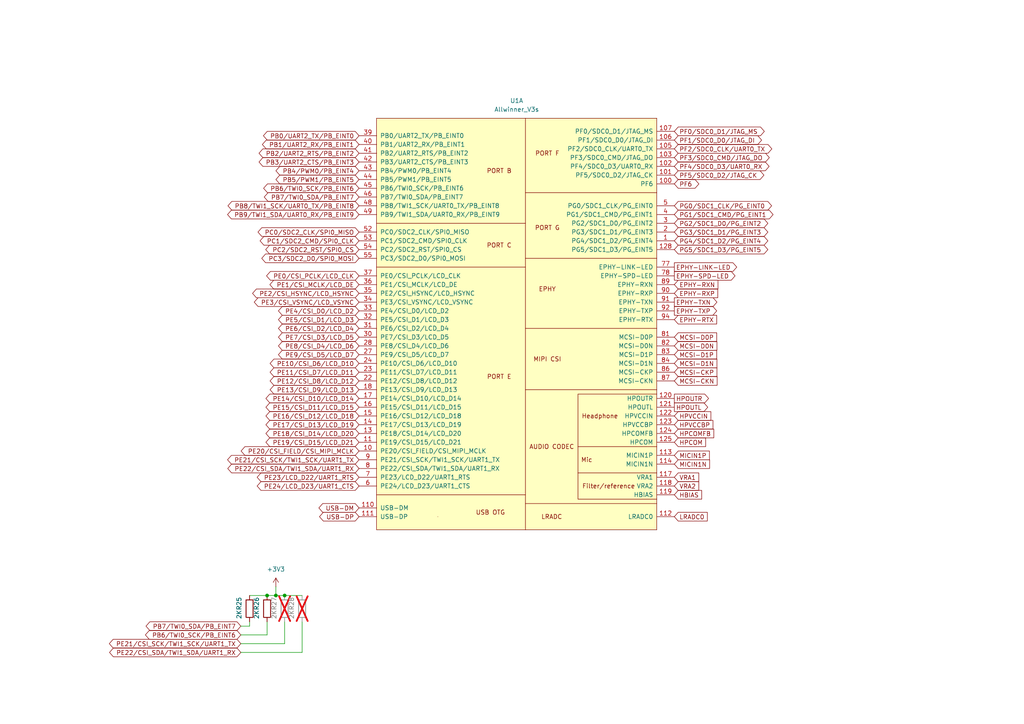
<source format=kicad_sch>
(kicad_sch (version 20250114) (generator "eeschema") (generator_version "9.0")
  (paper "A4")
  (lib_symbols
    (symbol "Allwinner_SiPs:Allwinner_V3s" (pin_names (offset 1.016))
      (property "Reference" "U" (at 0 69.85 0))
      (property "Value" "Allwinner_V3s" (at 0 67.31 0))
      (symbol "Allwinner_V3s_1_0"
        (polyline (pts (xy 38.1 -19.05) (xy 15.24 -19.05) (xy 15.24 -49.53) (xy 38.1 -49.53)))
        (polyline (pts (xy 38.1 -34.29) (xy 15.24 -34.29)))
        (polyline (pts (xy 38.1 -41.91) (xy 15.24 -41.91)))
      )
      (symbol "Allwinner_V3s_1_1"
        (rectangle (start -43.18 60.96) (end 38.1 -58.42) (fill (type background)))
        (polyline (pts (xy -43.18 30.48) (xy 0 30.48)))
        (polyline (pts (xy -43.18 17.78) (xy 0 17.78)))
        (polyline (pts (xy -43.18 -48.26) (xy 0 -48.26)))
        (rectangle (start -25.4 -54.61) (end -25.4 -54.61))
        (rectangle (start -19.05 -39.37) (end -19.05 -39.37))
        (polyline (pts (xy 0 -50.8) (xy 38.1 -50.8)))
        (polyline (pts (xy 0 -58.42) (xy 0 60.96)))
        (polyline (pts (xy 38.1 39.37) (xy 0 39.37)))
        (polyline (pts (xy 38.1 20.32) (xy 0 20.32)))
        (polyline (pts (xy 38.1 0) (xy 0 0)))
        (polyline (pts (xy 38.1 -17.78) (xy 0 -17.78)))
        (text "USB OTG" (at -10.16 -53.34 0) (effects (font (size 1.27 1.27))))
        (text "PORT B" (at -7.62 45.72 0) (effects (font (size 1.27 1.27))))
        (text "PORT C" (at -7.62 24.13 0) (effects (font (size 1.27 1.27))))
        (text "PORT E" (at -7.62 -13.97 0) (effects (font (size 1.27 1.27))))
        (text "PORT F" (at 6.35 50.8 0) (effects (font (size 1.27 1.27))))
        (text "PORT G" (at 6.35 29.21 0) (effects (font (size 1.27 1.27))))
        (text "EPHY" (at 6.35 11.43 0) (effects (font (size 1.27 1.27))))
        (text "MIPI CSI" (at 6.35 -8.89 0) (effects (font (size 1.27 1.27))))
        (text "AUDIO CODEC" (at 7.62 -34.29 0) (effects (font (size 1.27 1.27))))
        (text "LRADC" (at 7.62 -54.61 0) (effects (font (size 1.27 1.27))))
        (text "Mic" (at 17.78 -38.1 0) (effects (font (size 1.27 1.27))))
        (text "Headphone" (at 21.59 -25.4 0) (effects (font (size 1.27 1.27))))
        (text "Filter/reference" (at 24.13 -45.72 0) (effects (font (size 1.27 1.27))))
        (pin bidirectional line (at -48.26 55.88 0) (length 5.08) (name "PB0/UART2_TX/PB_EINT0") (number "39"))
        (pin bidirectional line (at -48.26 53.34 0) (length 5.08) (name "PB1/UART2_RX/PB_EINT1") (number "40"))
        (pin bidirectional line (at -48.26 50.8 0) (length 5.08) (name "PB2/UART2_RTS/PB_EINT2") (number "41"))
        (pin bidirectional line (at -48.26 48.26 0) (length 5.08) (name "PB3/UART2_CTS/PB_EINT3") (number "42"))
        (pin bidirectional line (at -48.26 45.72 0) (length 5.08) (name "PB4/PWM0/PB_EINT4") (number "43"))
        (pin bidirectional line (at -48.26 43.18 0) (length 5.08) (name "PB5/PWM1/PB_EINT5") (number "44"))
        (pin bidirectional line (at -48.26 40.64 0) (length 5.08) (name "PB6/TWI0_SCK/PB_EINT6") (number "45"))
        (pin bidirectional line (at -48.26 38.1 0) (length 5.08) (name "PB7/TWI0_SDA/PB_EINT7") (number "46"))
        (pin bidirectional line (at -48.26 35.56 0) (length 5.08) (name "PB8/TWI1_SCK/UART0_TX/PB_EINT8") (number "48"))
        (pin bidirectional line (at -48.26 33.02 0) (length 5.08) (name "PB9/TWI1_SDA/UART0_RX/PB_EINT9") (number "49"))
        (pin bidirectional line (at -48.26 27.94 0) (length 5.08) (name "PC0/SDC2_CLK/SPI0_MISO") (number "52"))
        (pin bidirectional line (at -48.26 25.4 0) (length 5.08) (name "PC1/SDC2_CMD/SPI0_CLK") (number "53"))
        (pin bidirectional line (at -48.26 22.86 0) (length 5.08) (name "PC2/SDC2_RST/SPI0_CS") (number "54"))
        (pin bidirectional line (at -48.26 20.32 0) (length 5.08) (name "PC3/SDC2_D0/SPI0_MOSI") (number "55"))
        (pin bidirectional line (at -48.26 15.24 0) (length 5.08) (name "PE0/CSI_PCLK/LCD_CLK") (number "37"))
        (pin bidirectional line (at -48.26 12.7 0) (length 5.08) (name "PE1/CSI_MCLK/LCD_DE") (number "36"))
        (pin bidirectional line (at -48.26 10.16 0) (length 5.08) (name "PE2/CSI_HSYNC/LCD_HSYNC") (number "35"))
        (pin bidirectional line (at -48.26 7.62 0) (length 5.08) (name "PE3/CSI_VSYNC/LCD_VSYNC") (number "34"))
        (pin bidirectional line (at -48.26 5.08 0) (length 5.08) (name "PE4/CSI_D0/LCD_D2") (number "33"))
        (pin bidirectional line (at -48.26 2.54 0) (length 5.08) (name "PE5/CSI_D1/LCD_D3") (number "32"))
        (pin bidirectional line (at -48.26 0 0) (length 5.08) (name "PE6/CSI_D2/LCD_D4") (number "31"))
        (pin bidirectional line (at -48.26 -2.54 0) (length 5.08) (name "PE7/CSI_D3/LCD_D5") (number "30"))
        (pin bidirectional line (at -48.26 -5.08 0) (length 5.08) (name "PE8/CSI_D4/LCD_D6") (number "28"))
        (pin bidirectional line (at -48.26 -7.62 0) (length 5.08) (name "PE9/CSI_D5/LCD_D7") (number "27"))
        (pin bidirectional line (at -48.26 -10.16 0) (length 5.08) (name "PE10/CSI_D6/LCD_D10") (number "24"))
        (pin bidirectional line (at -48.26 -12.7 0) (length 5.08) (name "PE11/CSI_D7/LCD_D11") (number "23"))
        (pin bidirectional line (at -48.26 -15.24 0) (length 5.08) (name "PE12/CSI_D8/LCD_D12") (number "22"))
        (pin bidirectional line (at -48.26 -17.78 0) (length 5.08) (name "PE13/CSI_D9/LCD_D13") (number "18"))
        (pin bidirectional line (at -48.26 -20.32 0) (length 5.08) (name "PE14/CSI_D10/LCD_D14") (number "17"))
        (pin bidirectional line (at -48.26 -22.86 0) (length 5.08) (name "PE15/CSI_D11/LCD_D15") (number "16"))
        (pin bidirectional line (at -48.26 -25.4 0) (length 5.08) (name "PE16/CSI_D12/LCD_D18") (number "15"))
        (pin bidirectional line (at -48.26 -27.94 0) (length 5.08) (name "PE17/CSI_D13/LCD_D19") (number "14"))
        (pin bidirectional line (at -48.26 -30.48 0) (length 5.08) (name "PE18/CSI_D14/LCD_D20") (number "13"))
        (pin bidirectional line (at -48.26 -33.02 0) (length 5.08) (name "PE19/CSI_D15/LCD_D21") (number "11"))
        (pin bidirectional line (at -48.26 -35.56 0) (length 5.08) (name "PE20/CSI_FIELD/CSI_MIPI_MCLK") (number "10"))
        (pin bidirectional line (at -48.26 -38.1 0) (length 5.08) (name "PE21/CSI_SCK/TWI1_SCK/UART1_TX") (number "9"))
        (pin bidirectional line (at -48.26 -40.64 0) (length 5.08) (name "PE22/CSI_SDA/TWI1_SDA/UART1_RX") (number "8"))
        (pin bidirectional line (at -48.26 -43.18 0) (length 5.08) (name "PE23/LCD_D22/UART1_RTS") (number "7"))
        (pin bidirectional line (at -48.26 -45.72 0) (length 5.08) (name "PE24/LCD_D23/UART1_CTS") (number "6"))
        (pin bidirectional line (at -48.26 -52.07 0) (length 5.08) (name "USB-DM") (number "110"))
        (pin bidirectional line (at -48.26 -54.61 0) (length 5.08) (name "USB-DP") (number "111"))
        (pin bidirectional line (at 43.18 57.15 180) (length 5.08) (name "PF0/SDC0_D1/JTAG_MS") (number "107"))
        (pin bidirectional line (at 43.18 54.61 180) (length 5.08) (name "PF1/SDC0_D0/JTAG_DI") (number "106"))
        (pin bidirectional line (at 43.18 52.07 180) (length 5.08) (name "PF2/SDC0_CLK/UART0_TX") (number "105"))
        (pin bidirectional line (at 43.18 49.53 180) (length 5.08) (name "PF3/SDC0_CMD/JTAG_DO") (number "103"))
        (pin bidirectional line (at 43.18 46.99 180) (length 5.08) (name "PF4/SDC0_D3/UART0_RX") (number "102"))
        (pin bidirectional line (at 43.18 44.45 180) (length 5.08) (name "PF5/SDC0_D2/JTAG_CK") (number "101"))
        (pin bidirectional line (at 43.18 41.91 180) (length 5.08) (name "PF6") (number "100"))
        (pin bidirectional line (at 43.18 35.56 180) (length 5.08) (name "PG0/SDC1_CLK/PG_EINT0") (number "5"))
        (pin bidirectional line (at 43.18 33.02 180) (length 5.08) (name "PG1/SDC1_CMD/PG_EINT1") (number "4"))
        (pin bidirectional line (at 43.18 30.48 180) (length 5.08) (name "PG2/SDC1_D0/PG_EINT2") (number "3"))
        (pin bidirectional line (at 43.18 27.94 180) (length 5.08) (name "PG3/SDC1_D1/PG_EINT3") (number "2"))
        (pin bidirectional line (at 43.18 25.4 180) (length 5.08) (name "PG4/SDC1_D2/PG_EINT4") (number "1"))
        (pin bidirectional line (at 43.18 22.86 180) (length 5.08) (name "PG5/SDC1_D3/PG_EINT5") (number "128"))
        (pin output line (at 43.18 17.78 180) (length 5.08) (name "EPHY-LINK-LED") (number "77"))
        (pin output line (at 43.18 15.24 180) (length 5.08) (name "EPHY-SPD-LED") (number "78"))
        (pin input line (at 43.18 12.7 180) (length 5.08) (name "EPHY-RXN") (number "89"))
        (pin input line (at 43.18 10.16 180) (length 5.08) (name "EPHY-RXP") (number "90"))
        (pin output line (at 43.18 7.62 180) (length 5.08) (name "EPHY-TXN") (number "91"))
        (pin output line (at 43.18 5.08 180) (length 5.08) (name "EPHY-TXP") (number "92"))
        (pin input line (at 43.18 2.54 180) (length 5.08) (name "EPHY-RTX") (number "94"))
        (pin input line (at 43.18 -2.54 180) (length 5.08) (name "MCSI-D0P") (number "81"))
        (pin input line (at 43.18 -5.08 180) (length 5.08) (name "MCSI-D0N") (number "82"))
        (pin input line (at 43.18 -7.62 180) (length 5.08) (name "MCSI-D1P") (number "83"))
        (pin input line (at 43.18 -10.16 180) (length 5.08) (name "MCSI-D1N") (number "84"))
        (pin input line (at 43.18 -12.7 180) (length 5.08) (name "MCSI-CKP") (number "86"))
        (pin input line (at 43.18 -15.24 180) (length 5.08) (name "MCSI-CKN") (number "87"))
        (pin output line (at 43.18 -20.32 180) (length 5.08) (name "HPOUTR") (number "120"))
        (pin output line (at 43.18 -22.86 180) (length 5.08) (name "HPOUTL") (number "121"))
        (pin power_in line (at 43.18 -25.4 180) (length 5.08) (name "HPVCCIN") (number "122"))
        (pin input line (at 43.18 -27.94 180) (length 5.08) (name "HPVCCBP") (number "123"))
        (pin input line (at 43.18 -30.48 180) (length 5.08) (name "HPCOMFB") (number "124"))
        (pin input line (at 43.18 -33.02 180) (length 5.08) (name "HPCOM") (number "125"))
        (pin input line (at 43.18 -36.83 180) (length 5.08) (name "MICIN1P") (number "113"))
        (pin input line (at 43.18 -39.37 180) (length 5.08) (name "MICIN1N") (number "114"))
        (pin input line (at 43.18 -43.18 180) (length 5.08) (name "VRA1") (number "117"))
        (pin input line (at 43.18 -45.72 180) (length 5.08) (name "VRA2") (number "118"))
        (pin input line (at 43.18 -48.26 180) (length 5.08) (name "HBIAS") (number "119"))
        (pin input line (at 43.18 -54.61 180) (length 5.08) (name "LRADC0") (number "112"))
      )
      (symbol "Allwinner_V3s_2_0"
        (polyline (pts (xy -22.86 21.59) (xy 0 21.59)))
        (polyline (pts (xy -22.86 16.51) (xy 0 16.51)))
        (polyline (pts (xy -22.86 11.43) (xy 0 11.43)))
        (polyline (pts (xy -22.86 6.35) (xy 0 6.35)))
        (polyline (pts (xy -22.86 1.27) (xy 0 1.27)))
        (polyline (pts (xy -22.86 -16.51) (xy 0 -16.51)))
        (polyline (pts (xy 0 -33.02) (xy 0 40.64)))
        (polyline (pts (xy 0 -33.02) (xy -3.81 -33.02) (xy -3.81 -41.91)))
        (polyline (pts (xy 5.08 -33.02) (xy 5.08 -41.91)))
        (polyline (pts (xy 22.86 5.08) (xy 0 5.08)))
        (polyline (pts (xy 22.86 -27.94) (xy 0 -27.94)))
        (polyline (pts (xy 22.86 -33.02) (xy 0 -33.02)))
      )
      (symbol "Allwinner_V3s_2_1"
        (rectangle (start -22.86 40.64) (end 22.86 -41.91) (fill (type background)))
        (polyline (pts (xy 0 29.21) (xy 22.86 29.21)))
        (polyline (pts (xy 0 15.24) (xy 22.86 15.24)))
        (text "1.7 - 3.6 V" (at -10.16 39.37 0) (effects (font (size 0.9906 0.9906))))
        (text "2.8 - 3.3 V" (at -6.35 19.05 0) (effects (font (size 0.9906 0.9906))))
        (text "3.0 - 3.6 V" (at -6.35 13.97 0) (effects (font (size 0.9906 0.9906))))
        (text "3.0 - 3.45 V" (at -6.35 8.89 0) (effects (font (size 0.9906 0.9906))))
        (text "2.7 - 3.3 V" (at -6.35 3.81 0) (effects (font (size 0.9906 0.9906))))
        (text "1.2 V" (at -6.35 -7.62 0) (effects (font (size 0.9906 0.9906))))
        (text "1.2 V" (at -6.35 -27.94 0) (effects (font (size 0.9906 0.9906))))
        (text "1.7 - 1.9 V" (at 5.08 -10.16 0) (effects (font (size 0.9906 0.9906))))
        (text "SYS" (at 6.35 34.29 0) (effects (font (size 1.27 1.27))))
        (text "3.0 - 3.6 V" (at 6.35 26.67 0) (effects (font (size 0.9906 0.9906))))
        (text "RTC" (at 6.35 21.59 0) (effects (font (size 1.27 1.27))))
        (text "DRAM" (at 6.35 10.16 0) (effects (font (size 1.27 1.27))))
        (text "1.0 - 1.2 V" (at 6.35 -30.48 0) (effects (font (size 0.9906 0.9906))))
        (text "2.8 - 3.6 V" (at 12.7 -35.56 0) (effects (font (size 0.9906 0.9906))))
        (pin power_in line (at -27.94 36.83 0) (length 5.08) (name "VCC-IO0(PB)") (number "104"))
        (pin power_in line (at -27.94 34.29 0) (length 5.08) (name "VCC-IO1(PC)") (number "127"))
        (pin power_in line (at -27.94 31.75 0) (length 5.08) (name "VCC-IO2(PF)") (number "57"))
        (pin power_in line (at -27.94 29.21 0) (length 5.08) (name "VCC-IO3(PG)") (number "50"))
        (pin power_in line (at -27.94 26.67 0) (length 5.08) (name "VCC-PE0") (number "12"))
        (pin power_in line (at -27.94 24.13 0) (length 5.08) (name "VCC-PE1") (number "29"))
        (pin power_in line (at -27.94 19.05 0) (length 5.08) (name "AVCC") (number "115"))
        (pin power_in line (at -27.94 13.97 0) (length 5.08) (name "VCC-MCSI") (number "85"))
        (pin power_in line (at -27.94 8.89 0) (length 5.08) (name "VCC-USB") (number "109"))
        (pin power_in line (at -27.94 3.81 0) (length 5.08) (name "VCC-PLL") (number "76"))
        (pin power_in line (at -27.94 -1.27 0) (length 5.08) (name "VDD-SYS0") (number "80"))
        (pin power_in line (at -27.94 -3.81 0) (length 5.08) (name "VDD-SYS1") (number "108"))
        (pin power_in line (at -27.94 -6.35 0) (length 5.08) (name "VDD-SYS2") (number "126"))
        (pin power_in line (at -27.94 -8.89 0) (length 5.08) (name "VDD-SYS3") (number "19"))
        (pin power_in line (at -27.94 -11.43 0) (length 5.08) (name "VDD-SYS4") (number "58"))
        (pin power_in line (at -27.94 -13.97 0) (length 5.08) (name "VDD-SYS5") (number "64"))
        (pin power_in line (at -27.94 -20.32 0) (length 5.08) (name "VDD-CPU0") (number "26"))
        (pin power_in line (at -27.94 -22.86 0) (length 5.08) (name "VDD-CPU1") (number "25"))
        (pin power_in line (at -27.94 -25.4 0) (length 5.08) (name "VDD-CPU2") (number "21"))
        (pin power_in line (at -27.94 -27.94 0) (length 5.08) (name "VDD-CPU3") (number "20"))
        (pin power_in line (at -27.94 -30.48 0) (length 5.08) (name "VDD-CPU4") (number "38"))
        (pin power_in line (at -27.94 -33.02 0) (length 5.08) (name "VDD-CPU5") (number "47"))
        (pin power_in line (at -27.94 -35.56 0) (length 5.08) (name "VDD-CPU6") (number "51"))
        (pin power_in line (at -27.94 -38.1 0) (length 5.08) (name "VDD-CPU7") (number "56"))
        (pin power_in line (at -1.27 -46.99 90) (length 5.08) (name "AGND") (number "116"))
        (pin power_in line (at 2.54 -46.99 90) (length 5.08) (name "EGND") (number "129"))
        (pin input line (at 27.94 38.1 180) (length 5.08) (name "~{RESET}") (number "99"))
        (pin input line (at 27.94 34.29 180) (length 5.08) (name "X24MIN") (number "75"))
        (pin output line (at 27.94 31.75 180) (length 5.08) (name "X24MOUT") (number "74"))
        (pin power_in line (at 27.94 26.67 180) (length 5.08) (name "VCC-RTC") (number "98"))
        (pin power_out line (at 27.94 24.13 180) (length 5.08) (name "RTC-VIO") (number "97"))
        (pin input line (at 27.94 20.32 180) (length 5.08) (name "X32KIN") (number "96"))
        (pin output line (at 27.94 17.78 180) (length 5.08) (name "X32KOUT") (number "95"))
        (pin input line (at 27.94 12.7 180) (length 5.08) (name "SZQ") (number "73"))
        (pin input line (at 27.94 10.16 180) (length 5.08) (name "SVREF0") (number "71"))
        (pin input line (at 27.94 7.62 180) (length 5.08) (name "SVREF1") (number "63"))
        (pin power_in line (at 27.94 2.54 180) (length 5.08) (name "VCC-DRAM0") (number "65"))
        (pin power_in line (at 27.94 0 180) (length 5.08) (name "VCC-DRAM1") (number "66"))
        (pin power_in line (at 27.94 -2.54 180) (length 5.08) (name "VCC-DRAM2") (number "67"))
        (pin power_in line (at 27.94 -5.08 180) (length 5.08) (name "VCC-DRAM3") (number "68"))
        (pin power_in line (at 27.94 -7.62 180) (length 5.08) (name "VCC-DRAM4") (number "69"))
        (pin power_in line (at 27.94 -10.16 180) (length 5.08) (name "VCC-DRAM5") (number "70"))
        (pin power_in line (at 27.94 -12.7 180) (length 5.08) (name "VCC-DRAM6") (number "72"))
        (pin power_in line (at 27.94 -15.24 180) (length 5.08) (name "VCC-DRAM7") (number "79"))
        (pin power_in line (at 27.94 -17.78 180) (length 5.08) (name "VCC-DRAM8") (number "59"))
        (pin power_in line (at 27.94 -20.32 180) (length 5.08) (name "VCC-DRAM9") (number "60"))
        (pin power_in line (at 27.94 -22.86 180) (length 5.08) (name "VCC-DRAM10") (number "61"))
        (pin power_in line (at 27.94 -25.4 180) (length 5.08) (name "VCC-DRAM11") (number "62"))
        (pin power_in line (at 27.94 -30.48 180) (length 5.08) (name "EPHY-VDD") (number "88"))
        (pin power_in line (at 27.94 -38.1 180) (length 5.08) (name "EPHY-VCC") (number "93"))
      )
    )
    (symbol "Device:R" (pin_numbers (hide yes)) (pin_names (offset 0))
      (property "Reference" "R" (at 2.032 0 90))
      (property "Value" "R" (at 0 0 90))
      (symbol "R_0_1"
        (rectangle (start -1.016 -2.54) (end 1.016 2.54) (stroke (width 0.254)))
      )
      (symbol "R_1_1"
        (pin passive line (at 0 3.81 270) (length 1.27) (name "~") (number "1"))
        (pin passive line (at 0 -3.81 90) (length 1.27) (name "~") (number "2"))
      )
    )
    (symbol "power:+3V3" (power) (pin_numbers (hide yes)) (pin_names (offset 0) (hide yes))
      (property "Value" "+3V3" (at 0 3.556 0))
      (symbol "+3V3_0_1"
        (polyline (pts (xy -0.762 1.27) (xy 0 2.54)))
        (polyline (pts (xy 0 2.54) (xy 0.762 1.27)))
        (polyline (pts (xy 0 0) (xy 0 2.54)))
      )
      (symbol "+3V3_1_1"
        (pin power_in line (at 0 0 90) (length 0) (name "~") (number "1"))
      )
    )
  )
  (junction (at 80.01 172.72))
  (junction (at 82.55 172.72))
  (junction (at 77.47 172.72))
  (wire (pts (xy 82.55 180.34) (xy 82.55 186.69)))
  (wire (pts (xy 87.63 189.23) (xy 69.85 189.23)))
  (wire (pts (xy 80.01 172.72) (xy 82.55 172.72)))
  (wire (pts (xy 87.63 180.34) (xy 87.63 189.23)))
  (wire (pts (xy 72.39 172.72) (xy 77.47 172.72)))
  (wire (pts (xy 77.47 184.15) (xy 69.85 184.15)))
  (wire (pts (xy 80.01 170.18) (xy 80.01 172.72)))
  (wire (pts (xy 77.47 180.34) (xy 77.47 184.15)))
  (wire (pts (xy 77.47 172.72) (xy 80.01 172.72)))
  (wire (pts (xy 72.39 181.61) (xy 69.85 181.61)))
  (wire (pts (xy 72.39 180.34) (xy 72.39 181.61)))
  (wire (pts (xy 82.55 172.72) (xy 87.63 172.72)))
  (wire (pts (xy 82.55 186.69) (xy 69.85 186.69)))
  (global_label "PB0/UART2_TX/PB_EINT0" (shape bidirectional) (at 104.14 39.37 180) (property "Intersheetrefs" "${INTERSHEET_REFS}" (effects (hide yes))))
  (global_label "MCSI-D1P" (shape input) (at 195.58 102.87 0) (property "Intersheetrefs" "${INTERSHEET_REFS}" (effects (hide yes))))
  (global_label "PE23/LCD_D22/UART1_RTS" (shape bidirectional) (at 104.14 138.43 180) (property "Intersheetrefs" "${INTERSHEET_REFS}" (effects (hide yes))))
  (global_label "PC0/SDC2_CLK/SPI0_MISO" (shape bidirectional) (at 104.14 67.31 180) (property "Intersheetrefs" "${INTERSHEET_REFS}" (effects (hide yes))))
  (global_label "PF6" (shape bidirectional) (at 195.58 53.34 0) (property "Intersheetrefs" "${INTERSHEET_REFS}" (effects (hide yes))))
  (global_label "PE12/CSI_D8/LCD_D12" (shape bidirectional) (at 104.14 110.49 180) (property "Intersheetrefs" "${INTERSHEET_REFS}" (effects (hide yes))))
  (global_label "PB3/UART2_CTS/PB_EINT3" (shape bidirectional) (at 104.14 46.99 180) (property "Intersheetrefs" "${INTERSHEET_REFS}" (effects (hide yes))))
  (global_label "PE14/CSI_D10/LCD_D14" (shape bidirectional) (at 104.14 115.57 180) (property "Intersheetrefs" "${INTERSHEET_REFS}" (effects (hide yes))))
  (global_label "VRA2" (shape input) (at 195.58 140.97 0) (property "Intersheetrefs" "${INTERSHEET_REFS}" (effects (hide yes))))
  (global_label "EPHY-SPD-LED" (shape output) (at 195.58 80.01 0) (property "Intersheetrefs" "${INTERSHEET_REFS}" (effects (hide yes))))
  (global_label "MCSI-D0N" (shape input) (at 195.58 100.33 0) (property "Intersheetrefs" "${INTERSHEET_REFS}" (effects (hide yes))))
  (global_label "MCSI-CKN" (shape input) (at 195.58 110.49 0) (property "Intersheetrefs" "${INTERSHEET_REFS}" (effects (hide yes))))
  (global_label "PE24/LCD_D23/UART1_CTS" (shape bidirectional) (at 104.14 140.97 180) (property "Intersheetrefs" "${INTERSHEET_REFS}" (effects (hide yes))))
  (global_label "EPHY-TXP" (shape output) (at 195.58 90.17 0) (property "Intersheetrefs" "${INTERSHEET_REFS}" (effects (hide yes))))
  (global_label "MCSI-D1N" (shape input) (at 195.58 105.41 0) (property "Intersheetrefs" "${INTERSHEET_REFS}" (effects (hide yes))))
  (global_label "EPHY-LINK-LED" (shape output) (at 195.58 77.47 0) (property "Intersheetrefs" "${INTERSHEET_REFS}" (effects (hide yes))))
  (global_label "PE5/CSI_D1/LCD_D3" (shape bidirectional) (at 104.14 92.71 180) (property "Intersheetrefs" "${INTERSHEET_REFS}" (effects (hide yes))))
  (global_label "PE1/CSI_MCLK/LCD_DE" (shape bidirectional) (at 104.14 82.55 180) (property "Intersheetrefs" "${INTERSHEET_REFS}" (effects (hide yes))))
  (global_label "PG5/SDC1_D3/PG_EINT5" (shape bidirectional) (at 195.58 72.39 0) (property "Intersheetrefs" "${INTERSHEET_REFS}" (effects (hide yes))))
  (global_label "PE4/CSI_D0/LCD_D2" (shape bidirectional) (at 104.14 90.17 180) (property "Intersheetrefs" "${INTERSHEET_REFS}" (effects (hide yes))))
  (global_label "HPOUTL" (shape output) (at 195.58 118.11 0) (property "Intersheetrefs" "${INTERSHEET_REFS}" (effects (hide yes))))
  (global_label "PE0/CSI_PCLK/LCD_CLK" (shape bidirectional) (at 104.14 80.01 180) (property "Intersheetrefs" "${INTERSHEET_REFS}" (effects (hide yes))))
  (global_label "PE22/CSI_SDA/TWI1_SDA/UART1_RX" (shape bidirectional) (at 69.85 189.23 180) (property "Intersheetrefs" "${INTERSHEET_REFS}" (effects (hide yes))))
  (global_label "HPVCCBP" (shape input) (at 195.58 123.19 0) (property "Intersheetrefs" "${INTERSHEET_REFS}" (effects (hide yes))))
  (global_label "PG1/SDC1_CMD/PG_EINT1" (shape bidirectional) (at 195.58 62.23 0) (property "Intersheetrefs" "${INTERSHEET_REFS}" (effects (hide yes))))
  (global_label "PE15/CSI_D11/LCD_D15" (shape bidirectional) (at 104.14 118.11 180) (property "Intersheetrefs" "${INTERSHEET_REFS}" (effects (hide yes))))
  (global_label "USB-DP" (shape bidirectional) (at 104.14 149.86 180) (property "Intersheetrefs" "${INTERSHEET_REFS}" (effects (hide yes))))
  (global_label "PE22/CSI_SDA/TWI1_SDA/UART1_RX" (shape bidirectional) (at 104.14 135.89 180) (property "Intersheetrefs" "${INTERSHEET_REFS}" (effects (hide yes))))
  (global_label "PE7/CSI_D3/LCD_D5" (shape bidirectional) (at 104.14 97.79 180) (property "Intersheetrefs" "${INTERSHEET_REFS}" (effects (hide yes))))
  (global_label "PE3/CSI_VSYNC/LCD_VSYNC" (shape bidirectional) (at 104.14 87.63 180) (property "Intersheetrefs" "${INTERSHEET_REFS}" (effects (hide yes))))
  (global_label "PE2/CSI_HSYNC/LCD_HSYNC" (shape bidirectional) (at 104.14 85.09 180) (property "Intersheetrefs" "${INTERSHEET_REFS}" (effects (hide yes))))
  (global_label "PE13/CSI_D9/LCD_D13" (shape bidirectional) (at 104.14 113.03 180) (property "Intersheetrefs" "${INTERSHEET_REFS}" (effects (hide yes))))
  (global_label "HPCOMFB" (shape input) (at 195.58 125.73 0) (property "Intersheetrefs" "${INTERSHEET_REFS}" (effects (hide yes))))
  (global_label "USB-DM" (shape bidirectional) (at 104.14 147.32 180) (property "Intersheetrefs" "${INTERSHEET_REFS}" (effects (hide yes))))
  (global_label "PE18/CSI_D14/LCD_D20" (shape bidirectional) (at 104.14 125.73 180) (property "Intersheetrefs" "${INTERSHEET_REFS}" (effects (hide yes))))
  (global_label "EPHY-RXN" (shape input) (at 195.58 82.55 0) (property "Intersheetrefs" "${INTERSHEET_REFS}" (effects (hide yes))))
  (global_label "LRADC0" (shape input) (at 195.58 149.86 0) (property "Intersheetrefs" "${INTERSHEET_REFS}" (effects (hide yes))))
  (global_label "PE10/CSI_D6/LCD_D10" (shape bidirectional) (at 104.14 105.41 180) (property "Intersheetrefs" "${INTERSHEET_REFS}" (effects (hide yes))))
  (global_label "HBIAS" (shape input) (at 195.58 143.51 0) (property "Intersheetrefs" "${INTERSHEET_REFS}" (effects (hide yes))))
  (global_label "PF0/SDC0_D1/JTAG_MS" (shape bidirectional) (at 195.58 38.1 0) (property "Intersheetrefs" "${INTERSHEET_REFS}" (effects (hide yes))))
  (global_label "PE8/CSI_D4/LCD_D6" (shape bidirectional) (at 104.14 100.33 180) (property "Intersheetrefs" "${INTERSHEET_REFS}" (effects (hide yes))))
  (global_label "EPHY-RTX" (shape input) (at 195.58 92.71 0) (property "Intersheetrefs" "${INTERSHEET_REFS}" (effects (hide yes))))
  (global_label "PC1/SDC2_CMD/SPI0_CLK" (shape bidirectional) (at 104.14 69.85 180) (property "Intersheetrefs" "${INTERSHEET_REFS}" (effects (hide yes))))
  (global_label "PB7/TWI0_SDA/PB_EINT7" (shape bidirectional) (at 104.14 57.15 180) (property "Intersheetrefs" "${INTERSHEET_REFS}" (effects (hide yes))))
  (global_label "PC2/SDC2_RST/SPI0_CS" (shape bidirectional) (at 104.14 72.39 180) (property "Intersheetrefs" "${INTERSHEET_REFS}" (effects (hide yes))))
  (global_label "PE11/CSI_D7/LCD_D11" (shape bidirectional) (at 104.14 107.95 180) (property "Intersheetrefs" "${INTERSHEET_REFS}" (effects (hide yes))))
  (global_label "PB5/PWM1/PB_EINT5" (shape bidirectional) (at 104.14 52.07 180) (property "Intersheetrefs" "${INTERSHEET_REFS}" (effects (hide yes))))
  (global_label "PB2/UART2_RTS/PB_EINT2" (shape bidirectional) (at 104.14 44.45 180) (property "Intersheetrefs" "${INTERSHEET_REFS}" (effects (hide yes))))
  (global_label "PB7/TWI0_SDA/PB_EINT7" (shape bidirectional) (at 69.85 181.61 180) (property "Intersheetrefs" "${INTERSHEET_REFS}" (effects (hide yes))))
  (global_label "PE21/CSI_SCK/TWI1_SCK/UART1_TX" (shape bidirectional) (at 69.85 186.69 180) (property "Intersheetrefs" "${INTERSHEET_REFS}" (effects (hide yes))))
  (global_label "PB1/UART2_RX/PB_EINT1" (shape bidirectional) (at 104.14 41.91 180) (property "Intersheetrefs" "${INTERSHEET_REFS}" (effects (hide yes))))
  (global_label "PF5/SDC0_D2/JTAG_CK" (shape bidirectional) (at 195.58 50.8 0) (property "Intersheetrefs" "${INTERSHEET_REFS}" (effects (hide yes))))
  (global_label "PE21/CSI_SCK/TWI1_SCK/UART1_TX" (shape bidirectional) (at 104.14 133.35 180) (property "Intersheetrefs" "${INTERSHEET_REFS}" (effects (hide yes))))
  (global_label "EPHY-RXP" (shape input) (at 195.58 85.09 0) (property "Intersheetrefs" "${INTERSHEET_REFS}" (effects (hide yes))))
  (global_label "PB9/TWI1_SDA/UART0_RX/PB_EINT9" (shape bidirectional) (at 104.14 62.23 180) (property "Intersheetrefs" "${INTERSHEET_REFS}" (effects (hide yes))))
  (global_label "PB6/TWI0_SCK/PB_EINT6" (shape bidirectional) (at 104.14 54.61 180) (property "Intersheetrefs" "${INTERSHEET_REFS}" (effects (hide yes))))
  (global_label "PE6/CSI_D2/LCD_D4" (shape bidirectional) (at 104.14 95.25 180) (property "Intersheetrefs" "${INTERSHEET_REFS}" (effects (hide yes))))
  (global_label "PF3/SDC0_CMD/JTAG_DO" (shape bidirectional) (at 195.58 45.72 0) (property "Intersheetrefs" "${INTERSHEET_REFS}" (effects (hide yes))))
  (global_label "VRA1" (shape input) (at 195.58 138.43 0) (property "Intersheetrefs" "${INTERSHEET_REFS}" (effects (hide yes))))
  (global_label "PE17/CSI_D13/LCD_D19" (shape bidirectional) (at 104.14 123.19 180) (property "Intersheetrefs" "${INTERSHEET_REFS}" (effects (hide yes))))
  (global_label "PE16/CSI_D12/LCD_D18" (shape bidirectional) (at 104.14 120.65 180) (property "Intersheetrefs" "${INTERSHEET_REFS}" (effects (hide yes))))
  (global_label "MICIN1N" (shape input) (at 195.58 134.62 0) (property "Intersheetrefs" "${INTERSHEET_REFS}" (effects (hide yes))))
  (global_label "HPCOM" (shape input) (at 195.58 128.27 0) (property "Intersheetrefs" "${INTERSHEET_REFS}" (effects (hide yes))))
  (global_label "PB6/TWI0_SCK/PB_EINT6" (shape bidirectional) (at 69.85 184.15 180) (property "Intersheetrefs" "${INTERSHEET_REFS}" (effects (hide yes))))
  (global_label "PC3/SDC2_D0/SPI0_MOSI" (shape bidirectional) (at 104.14 74.93 180) (property "Intersheetrefs" "${INTERSHEET_REFS}" (effects (hide yes))))
  (global_label "PE19/CSI_D15/LCD_D21" (shape bidirectional) (at 104.14 128.27 180) (property "Intersheetrefs" "${INTERSHEET_REFS}" (effects (hide yes))))
  (global_label "PG4/SDC1_D2/PG_EINT4" (shape bidirectional) (at 195.58 69.85 0) (property "Intersheetrefs" "${INTERSHEET_REFS}" (effects (hide yes))))
  (global_label "EPHY-TXN" (shape output) (at 195.58 87.63 0) (property "Intersheetrefs" "${INTERSHEET_REFS}" (effects (hide yes))))
  (global_label "PE20/CSI_FIELD/CSI_MIPI_MCLK" (shape bidirectional) (at 104.14 130.81 180) (property "Intersheetrefs" "${INTERSHEET_REFS}" (effects (hide yes))))
  (global_label "PB8/TWI1_SCK/UART0_TX/PB_EINT8" (shape bidirectional) (at 104.14 59.69 180) (property "Intersheetrefs" "${INTERSHEET_REFS}" (effects (hide yes))))
  (global_label "PG2/SDC1_D0/PG_EINT2" (shape bidirectional) (at 195.58 64.77 0) (property "Intersheetrefs" "${INTERSHEET_REFS}" (effects (hide yes))))
  (global_label "PF1/SDC0_D0/JTAG_DI" (shape bidirectional) (at 195.58 40.64 0) (property "Intersheetrefs" "${INTERSHEET_REFS}" (effects (hide yes))))
  (global_label "PF2/SDC0_CLK/UART0_TX" (shape bidirectional) (at 195.58 43.18 0) (property "Intersheetrefs" "${INTERSHEET_REFS}" (effects (hide yes))))
  (global_label "PB4/PWM0/PB_EINT4" (shape bidirectional) (at 104.14 49.53 180) (property "Intersheetrefs" "${INTERSHEET_REFS}" (effects (hide yes))))
  (global_label "PG0/SDC1_CLK/PG_EINT0" (shape bidirectional) (at 195.58 59.69 0) (property "Intersheetrefs" "${INTERSHEET_REFS}" (effects (hide yes))))
  (global_label "HPVCCIN" (shape input) (at 195.58 120.65 0) (property "Intersheetrefs" "${INTERSHEET_REFS}" (effects (hide yes))))
  (global_label "PE9/CSI_D5/LCD_D7" (shape bidirectional) (at 104.14 102.87 180) (property "Intersheetrefs" "${INTERSHEET_REFS}" (effects (hide yes))))
  (global_label "MICIN1P" (shape input) (at 195.58 132.08 0) (property "Intersheetrefs" "${INTERSHEET_REFS}" (effects (hide yes))))
  (global_label "MCSI-CKP" (shape input) (at 195.58 107.95 0) (property "Intersheetrefs" "${INTERSHEET_REFS}" (effects (hide yes))))
  (global_label "MCSI-D0P" (shape input) (at 195.58 97.79 0) (property "Intersheetrefs" "${INTERSHEET_REFS}" (effects (hide yes))))
  (global_label "HPOUTR" (shape output) (at 195.58 115.57 0) (property "Intersheetrefs" "${INTERSHEET_REFS}" (effects (hide yes))))
  (global_label "PF4/SDC0_D3/UART0_RX" (shape bidirectional) (at 195.58 48.26 0) (property "Intersheetrefs" "${INTERSHEET_REFS}" (effects (hide yes))))
  (global_label "PG3/SDC1_D1/PG_EINT3" (shape bidirectional) (at 195.58 67.31 0) (property "Intersheetrefs" "${INTERSHEET_REFS}" (effects (hide yes))))
  (symbol (lib_id "Device:R") (at 82.55 176.53 0) (unit 1) (dnp yes)
    (property "Reference" "R27" (at 79.502 177.038 90) (effects (justify left)))
    (property "Value" "2K" (at 79.502 179.578 90) (effects (justify left)))
    (property "Footprint" "Resistor_SMD:R_0603_1608Metric" (effects (hide yes)))
    (property "Description" "Resistor" (effects (hide yes)))
  )
  (symbol (lib_id "Device:R") (at 77.47 176.53 0) (unit 1)
    (property "Reference" "R26" (at 74.422 177.038 90) (effects (justify left)))
    (property "Value" "2K" (at 74.422 179.578 90) (effects (justify left)))
    (property "Footprint" "Resistor_SMD:R_0603_1608Metric" (effects (hide yes)))
    (property "Description" "Resistor" (effects (hide yes)))
  )
  (symbol (lib_id "power:+3V3") (at 80.01 170.18 0) (unit 1)
    (property "Reference" "#PWR0131" (effects (hide yes)))
    (property "Value" "+3V3" (at 80.01 165.1 0))
    (property "Description" "Power symbol creates a global label with name \"+3V3\"" (effects (hide yes)))
  )
  (symbol (lib_id "Device:R") (at 72.39 176.53 0) (unit 1)
    (property "Reference" "R25" (at 69.342 177.038 90) (effects (justify left)))
    (property "Value" "2K" (at 69.342 179.578 90) (effects (justify left)))
    (property "Footprint" "Resistor_SMD:R_0603_1608Metric" (effects (hide yes)))
    (property "Description" "Resistor" (effects (hide yes)))
  )
  (symbol (lib_id "Device:R") (at 87.63 176.53 0) (unit 1) (dnp yes)
    (property "Reference" "R28" (at 84.582 177.038 90) (effects (justify left)))
    (property "Value" "2K" (at 84.582 179.578 90) (effects (justify left)))
    (property "Footprint" "Resistor_SMD:R_0603_1608Metric" (effects (hide yes)))
    (property "Description" "Resistor" (effects (hide yes)))
  )
  (symbol (lib_id "Allwinner_SiPs:Allwinner_V3s") (at 152.4 95.25 0) (unit 1)
    (property "Reference" "U1" (at 149.86 29.21 0))
    (property "Value" "Allwinner_V3s" (at 149.86 31.75 0))
    (property "Footprint" "Allwinner_SiPs:eLQFP-128_14x14_Pitch0.4mm_EPAD_6.60mm" (effects (hide yes)))
    (property "Datasheet" "https://linux-sunxi.org/images/2/23/Allwinner_V3s_Datasheet_V1.0.pdf" (effects (hide yes)))
    (property "Description" "ARM Cortex-A7 CPU with 64 MB DDR2 RAM in a single package (SiP)" (effects (hide yes)))
  )
)
</source>
